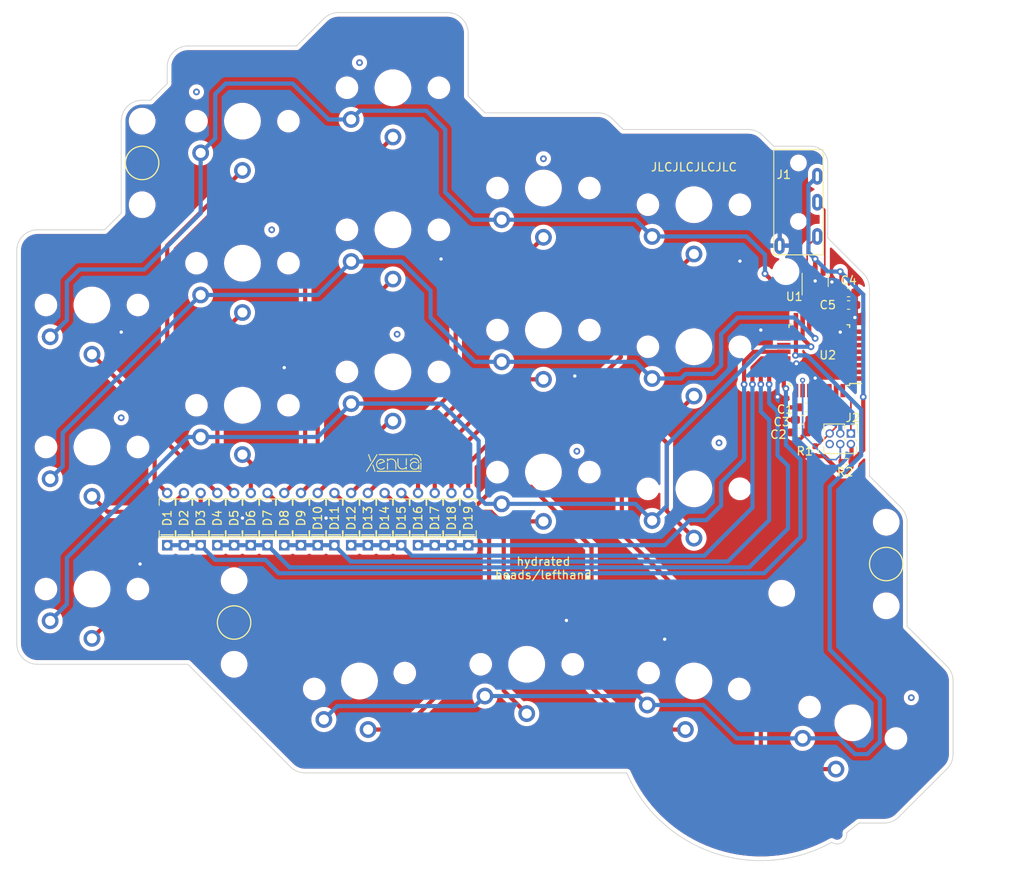
<source format=kicad_pcb>
(kicad_pcb (version 20211014) (generator pcbnew)

  (general
    (thickness 1.6)
  )

  (paper "A4")
  (layers
    (0 "F.Cu" signal)
    (31 "B.Cu" signal)
    (32 "B.Adhes" user "B.Adhesive")
    (33 "F.Adhes" user "F.Adhesive")
    (34 "B.Paste" user)
    (35 "F.Paste" user)
    (36 "B.SilkS" user "B.Silkscreen")
    (37 "F.SilkS" user "F.Silkscreen")
    (38 "B.Mask" user)
    (39 "F.Mask" user)
    (40 "Dwgs.User" user "User.Drawings")
    (41 "Cmts.User" user "User.Comments")
    (42 "Eco1.User" user "User.Eco1")
    (43 "Eco2.User" user "User.Eco2")
    (44 "Edge.Cuts" user)
    (45 "Margin" user)
    (46 "B.CrtYd" user "B.Courtyard")
    (47 "F.CrtYd" user "F.Courtyard")
    (48 "B.Fab" user)
    (49 "F.Fab" user)
    (50 "User.1" user)
    (51 "User.2" user)
    (52 "User.3" user)
    (53 "User.4" user)
    (54 "User.5" user)
    (55 "User.6" user)
    (56 "User.7" user)
    (57 "User.8" user)
    (58 "User.9" user)
  )

  (setup
    (stackup
      (layer "F.SilkS" (type "Top Silk Screen"))
      (layer "F.Paste" (type "Top Solder Paste"))
      (layer "F.Mask" (type "Top Solder Mask") (thickness 0.01))
      (layer "F.Cu" (type "copper") (thickness 0.035))
      (layer "dielectric 1" (type "core") (thickness 1.51) (material "FR4") (epsilon_r 4.5) (loss_tangent 0.02))
      (layer "B.Cu" (type "copper") (thickness 0.035))
      (layer "B.Mask" (type "Bottom Solder Mask") (thickness 0.01))
      (layer "B.Paste" (type "Bottom Solder Paste"))
      (layer "B.SilkS" (type "Bottom Silk Screen"))
      (copper_finish "None")
      (dielectric_constraints no)
    )
    (pad_to_mask_clearance 0)
    (pcbplotparams
      (layerselection 0x00010fc_ffffffff)
      (disableapertmacros false)
      (usegerberextensions false)
      (usegerberattributes true)
      (usegerberadvancedattributes true)
      (creategerberjobfile true)
      (svguseinch false)
      (svgprecision 6)
      (excludeedgelayer true)
      (plotframeref false)
      (viasonmask false)
      (mode 1)
      (useauxorigin false)
      (hpglpennumber 1)
      (hpglpenspeed 20)
      (hpglpendiameter 15.000000)
      (dxfpolygonmode true)
      (dxfimperialunits true)
      (dxfusepcbnewfont true)
      (psnegative false)
      (psa4output false)
      (plotreference true)
      (plotvalue true)
      (plotinvisibletext false)
      (sketchpadsonfab false)
      (subtractmaskfromsilk false)
      (outputformat 1)
      (mirror false)
      (drillshape 1)
      (scaleselection 1)
      (outputdirectory "")
    )
  )

  (net 0 "")
  (net 1 "GND")
  (net 2 "Net-(C1-Pad2)")
  (net 3 "+3V3")
  (net 4 "C_PINKY")
  (net 5 "Net-(D1-Pad2)")
  (net 6 "Net-(D2-Pad2)")
  (net 7 "Net-(D3-Pad2)")
  (net 8 "C_RING")
  (net 9 "Net-(D4-Pad2)")
  (net 10 "Net-(D5-Pad2)")
  (net 11 "Net-(D6-Pad2)")
  (net 12 "Net-(D7-Pad2)")
  (net 13 "C_MIDDLE")
  (net 14 "Net-(D8-Pad2)")
  (net 15 "Net-(D9-Pad2)")
  (net 16 "Net-(D10-Pad2)")
  (net 17 "Net-(D11-Pad2)")
  (net 18 "C_INDEX")
  (net 19 "Net-(D12-Pad2)")
  (net 20 "Net-(D13-Pad2)")
  (net 21 "Net-(D14-Pad2)")
  (net 22 "Net-(D15-Pad2)")
  (net 23 "C_INNER")
  (net 24 "Net-(D16-Pad2)")
  (net 25 "Net-(D17-Pad2)")
  (net 26 "Net-(D18-Pad2)")
  (net 27 "Net-(D19-Pad2)")
  (net 28 "/SWDIO")
  (net 29 "/RST")
  (net 30 "/SWCLK")
  (net 31 "unconnected-(J2-Pad6)")
  (net 32 "R_TOP")
  (net 33 "R_HOME")
  (net 34 "R_BOTTOM")
  (net 35 "R_THUMB")
  (net 36 "/SDA")
  (net 37 "Net-(J1-PadR2)")
  (net 38 "Net-(J1-PadR1)")
  (net 39 "unconnected-(U2-Pad1)")
  (net 40 "unconnected-(U2-Pad2)")
  (net 41 "unconnected-(U2-Pad3)")
  (net 42 "unconnected-(U2-Pad4)")
  (net 43 "unconnected-(U2-Pad5)")
  (net 44 "unconnected-(U2-Pad6)")
  (net 45 "unconnected-(U2-Pad7)")
  (net 46 "unconnected-(U2-Pad8)")
  (net 47 "/SCL")
  (net 48 "unconnected-(U2-Pad25)")
  (net 49 "unconnected-(U2-Pad27)")
  (net 50 "unconnected-(U2-Pad17)")
  (net 51 "unconnected-(U2-Pad18)")
  (net 52 "unconnected-(U2-Pad19)")

  (footprint "Resistor_SMD:R_0402_1005Metric_Pad0.72x0.64mm_HandSolder" (layer "F.Cu") (at 224.25 79.75))

  (footprint "MountingHole:MountingHole_2.2mm_M2_DIN965" (layer "F.Cu") (at 140 39))

  (footprint "mbk:Choc-1u-solder" (layer "F.Cu") (at 170 52))

  (footprint "mbk:Choc-1u-solder" (layer "F.Cu") (at 206 66))

  (footprint "mbk:Choc-1u-solder" (layer "F.Cu") (at 225 111 -20))

  (footprint "1N4148:DIOAD829W49L456D191" (layer "F.Cu") (at 173 86.5 90))

  (footprint "mbk:Choc-1u-solder" (layer "F.Cu") (at 152 39))

  (footprint "1N4148:DIOAD829W49L456D191" (layer "F.Cu") (at 169 86.5 90))

  (footprint "mbk:Choc-1u-solder" (layer "F.Cu") (at 152 73))

  (footprint "Package_QFP:TQFP-32_7x7mm_P0.8mm" (layer "F.Cu") (at 221 67 180))

  (footprint "Capacitor_SMD:C_0603_1608Metric_Pad1.08x0.95mm_HandSolder" (layer "F.Cu") (at 224.5 59.5))

  (footprint "mbk:Choc-1u-solder" (layer "F.Cu") (at 188 64))

  (footprint "mbk:Choc-1u-solder" (layer "F.Cu") (at 166 106 10))

  (footprint "MountingHole:MountingHole_2.2mm_M2_DIN965" (layer "F.Cu") (at 151 94))

  (footprint "mbk:Choc-1u-solder" (layer "F.Cu") (at 188 47))

  (footprint "1N4148:DIOAD829W49L456D191" (layer "F.Cu") (at 147 86.5 90))

  (footprint "mbk:Choc-1u-solder" (layer "F.Cu") (at 188 81))

  (footprint "Package_TO_SOT_SMD:SOT-23-6" (layer "F.Cu") (at 220.5 58 90))

  (footprint "MountingHole:MountingHole_2.2mm_M2_DIN965" (layer "F.Cu") (at 217 57))

  (footprint "MountingHole:MountingHole_2.2mm_M2_DIN965" (layer "F.Cu") (at 151 104))

  (footprint "1N4148:DIOAD829W49L456D191" (layer "F.Cu") (at 163 86.5 90))

  (footprint "MountingHole:MountingHole_2.2mm_M2_DIN965" (layer "F.Cu") (at 140 49))

  (footprint "1N4148:DIOAD829W49L456D191" (layer "F.Cu") (at 179 86.5 90))

  (footprint "pj320a:Jack_3.5mm_PJ320A_Horizontal" (layer "F.Cu") (at 218.5 44 -90))

  (footprint "mbk:Choc-1u-solder" (layer "F.Cu") (at 152 56))

  (footprint "MountingHole:MountingHole_2.2mm_M2_DIN965" (layer "F.Cu") (at 229 87))

  (footprint "xenua:sig" (layer "F.Cu") (at 166.845 80.905167))

  (footprint "1N4148:DIOAD829W49L456D191" (layer "F.Cu") (at 161 86.5 90))

  (footprint "Capacitor_SMD:C_0603_1608Metric_Pad1.08x0.95mm_HandSolder" (layer "F.Cu") (at 218.6 76.25 180))

  (footprint "mbk:Choc-1u-solder" (layer "F.Cu") (at 134 61))

  (footprint "MountingHole:MountingHole_2.2mm_M2_DIN965" (layer "F.Cu") (at 229 97))

  (footprint "Capacitor_SMD:C_0603_1608Metric_Pad1.08x0.95mm_HandSolder" (layer "F.Cu") (at 224.5 61))

  (footprint "1N4148:DIOAD829W49L456D191" (layer "F.Cu") (at 155 86.5 90))

  (footprint "1N4148:DIOAD829W49L456D191" (layer "F.Cu") (at 165 86.5 90))

  (footprint "Capacitor_SMD:C_0603_1608Metric_Pad1.08x0.95mm_HandSolder" (layer "F.Cu") (at 219.4 73.25))

  (footprint "mbk:Choc-1u-solder" (layer "F.Cu") (at 206 106 -10))

  (footprint "mbk:Choc-1u-solder" (layer "F.Cu") (at 134 95))

  (footprint "Connector_PinHeader_1.27mm:PinHeader_2x03_P1.27mm_Vertical" (layer "F.Cu") (at 224.775 76.375 -90))

  (footprint "1N4148:DIOAD829W49L456D191" (layer "F.Cu") (at 175 86.5 90))

  (footprint "mbk:Choc-1u-solder" (layer "F.Cu") (at 186 104))

  (footprint "mbk:Choc-1u-solder" (layer "F.Cu") (at 206 83))

  (footprint "mbk:Choc-1u-solder" (layer "F.Cu") (at 206 49))

  (footprint "1N4148:DIOAD829W49L456D191" (layer "F.Cu") (at 159 86.5 90))

  (footprint "mbk:Choc-1u-solder" (layer "F.Cu") (at 170 69))

  (footprint "1N4148:DIOAD829W49L456D191" (layer "F.Cu") (at 177 86.5 90))

  (footprint "1N4148:DIOAD829W49L456D191" (layer "F.Cu") (at 171 86.5 90))

  (footprint "mbk:Choc-1u-solder" (layer "F.Cu") (at 170 35))

  (footprint "Capacitor_SMD:C_0603_1608Metric_Pad1.08x0.95mm_HandSolder" (layer "F.Cu") (at 219 74.75 180))

  (footprint "1N4148:DIOAD829W49L456D191" (layer "F.Cu")
    (tedit 6235BD20) (tstamp dbf3a1f0-3ae6-4098-8304-356079c23da8)
    (at 151 86.5 90)
    (property "Sheetfile" "lefthand.kicad_sch")
    (property "Sheetname" "")
    (path "/b27c7fab-8289-4ef5-a70e-3a3e9584c5b3")
    (attr through_hole)
    (fp_text reference "D5" (at 0 0 90) (layer "F.SilkS")
      (effects (font (size 1.000102 1.000102) (thickness 0.15)))
      (tstamp 9ad58e9b-2820-4dc5-a5e4-ca5c01c490ff)
    )
    (fp_text value "D22" (at 0 2 90) (layer "F.Fab")
      (effects (font (size 1.001921 1.001921) (thickness 0.15)))
      (tstamp 56791047-0c80-4cd8-9282-934f668ff0bd)
    )
    (fp_line (start -2.28 -0.96) (end -2.28 0) (layer "F.SilkS") (width 0.127) (tstamp 06ff03ba-3844-4c8a-bfdd-43ff54640623))
    (fp_line (start -2.28 0.96) (end -1.52 0.96) (layer "F.SilkS") (width 0.127) (tstamp 0fb1c80d-d75d-4950-98fe-c4458bf1a81d))
    (fp_line (start 1.52 -0.96) (end 2.28 -0.96) (layer "F.SilkS") (width 0.127) (tstamp 178cbf16-edb2-4f11-aeae-f38b15af9812))
    (fp_line (start -2.28 0) (end -2.28 0.95) (layer "F.SilkS") (width 0.127) (tstamp 69acfdc4-3cb3-4dd7-947f-5c8d42f548a4))
    (fp_line (start -2.28 -0.96) (end -1.52 -0.96) (layer "F.SilkS") (width 0.127) (tstamp 6bf8b7b7-01b9-455e-b0fb-49e7b9f621f4))
    (fp_line (start 2.28 -0.95) (end 2.28 0) (layer "F.SilkS") (width 0.127) (tstamp 8899cd26-411d-42d3-b063-0181c294da89))
    (fp_line (start -2 -0.75) (end -2 0.75) (layer "F.SilkS") (width 0.12) (tstamp a9a26951-6b1a-4220-b2c3-a4789a018d0a))
    (fp_line (start 1.52 0.96) (end 2.28 0.96) (layer "F.SilkS") (width 0.127) (tstamp cde0387d-e84f-4107-b176-4e8b32c98e84))
    (fp_line (start 2.28 0) (end 2.28 0.96) (layer "F.SilkS") (width 0.127) (tstamp eab0f4ef-6df6-4b98-a3c3-73c8876ffd45))
    (fp_line (start -2.53 1) (end -2.53 0.815) (layer "F.CrtYd") (width 0.05) (tstamp 05d229b1-efe9-4da2-a376-f1ac260e668c))
    (fp_line (start -2.53 -1) (end 2.53 -1) (layer "F.CrtYd") (width 0.05) (tstamp 142674ff-649d-4412-b4c6-009a8c6fbefc))
    (fp_line (start 
... [1319880 chars truncated]
</source>
